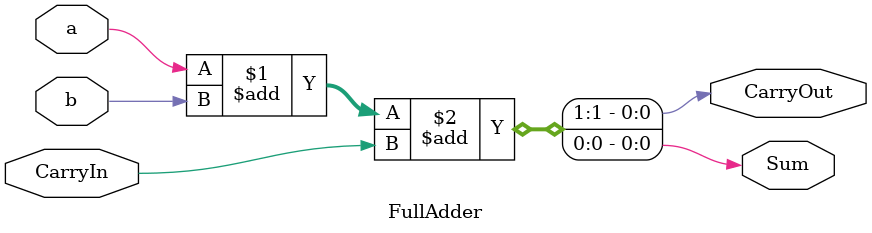
<source format=v>
module FullAdder(a, b, CarryIn, Sum, CarryOut);
input a, b, CarryIn;
output Sum, CarryOut;
wire Sum, CarryOut;

	assign {CarryOut, Sum} = a + b + CarryIn;

endmodule
</source>
